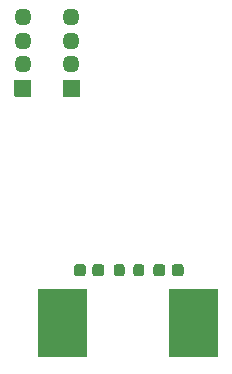
<source format=gbs>
G04 #@! TF.GenerationSoftware,KiCad,Pcbnew,5.1.8*
G04 #@! TF.CreationDate,2021-01-23T15:50:45+08:00*
G04 #@! TF.ProjectId,medicine_timer_pcb,6d656469-6369-46e6-955f-74696d65725f,rev?*
G04 #@! TF.SameCoordinates,Original*
G04 #@! TF.FileFunction,Soldermask,Bot*
G04 #@! TF.FilePolarity,Negative*
%FSLAX46Y46*%
G04 Gerber Fmt 4.6, Leading zero omitted, Abs format (unit mm)*
G04 Created by KiCad (PCBNEW 5.1.8) date 2021-01-23 15:50:45*
%MOMM*%
%LPD*%
G01*
G04 APERTURE LIST*
%ADD10O,1.450000X1.450000*%
G04 APERTURE END LIST*
D10*
X83275000Y-87500000D03*
X83275000Y-89500000D03*
X83275000Y-91500000D03*
G36*
G01*
X84000000Y-92825000D02*
X84000000Y-94175000D01*
G75*
G02*
X83950000Y-94225000I-50000J0D01*
G01*
X82600000Y-94225000D01*
G75*
G02*
X82550000Y-94175000I0J50000D01*
G01*
X82550000Y-92825000D01*
G75*
G02*
X82600000Y-92775000I50000J0D01*
G01*
X83950000Y-92775000D01*
G75*
G02*
X84000000Y-92825000I0J-50000D01*
G01*
G37*
X87400000Y-87500000D03*
X87400000Y-89500000D03*
X87400000Y-91500000D03*
G36*
G01*
X88125000Y-92825000D02*
X88125000Y-94175000D01*
G75*
G02*
X88075000Y-94225000I-50000J0D01*
G01*
X86725000Y-94225000D01*
G75*
G02*
X86675000Y-94175000I0J50000D01*
G01*
X86675000Y-92825000D01*
G75*
G02*
X86725000Y-92775000I50000J0D01*
G01*
X88075000Y-92775000D01*
G75*
G02*
X88125000Y-92825000I0J-50000D01*
G01*
G37*
G36*
G01*
X88750000Y-110575000D02*
X88750000Y-116175000D01*
G75*
G02*
X88700000Y-116225000I-50000J0D01*
G01*
X84600000Y-116225000D01*
G75*
G02*
X84550000Y-116175000I0J50000D01*
G01*
X84550000Y-110575000D01*
G75*
G02*
X84600000Y-110525000I50000J0D01*
G01*
X88700000Y-110525000D01*
G75*
G02*
X88750000Y-110575000I0J-50000D01*
G01*
G37*
G36*
G01*
X99850000Y-110575000D02*
X99850000Y-116175000D01*
G75*
G02*
X99800000Y-116225000I-50000J0D01*
G01*
X95700000Y-116225000D01*
G75*
G02*
X95650000Y-116175000I0J50000D01*
G01*
X95650000Y-110575000D01*
G75*
G02*
X95700000Y-110525000I50000J0D01*
G01*
X99800000Y-110525000D01*
G75*
G02*
X99850000Y-110575000I0J-50000D01*
G01*
G37*
G36*
G01*
X91900000Y-108625000D02*
X91900000Y-109225000D01*
G75*
G02*
X91675000Y-109450000I-225000J0D01*
G01*
X91225000Y-109450000D01*
G75*
G02*
X91000000Y-109225000I0J225000D01*
G01*
X91000000Y-108625000D01*
G75*
G02*
X91225000Y-108400000I225000J0D01*
G01*
X91675000Y-108400000D01*
G75*
G02*
X91900000Y-108625000I0J-225000D01*
G01*
G37*
G36*
G01*
X93550000Y-108625000D02*
X93550000Y-109225000D01*
G75*
G02*
X93325000Y-109450000I-225000J0D01*
G01*
X92875000Y-109450000D01*
G75*
G02*
X92650000Y-109225000I0J225000D01*
G01*
X92650000Y-108625000D01*
G75*
G02*
X92875000Y-108400000I225000J0D01*
G01*
X93325000Y-108400000D01*
G75*
G02*
X93550000Y-108625000I0J-225000D01*
G01*
G37*
G36*
G01*
X95900000Y-109200000D02*
X95900000Y-108650000D01*
G75*
G02*
X96150000Y-108400000I250000J0D01*
G01*
X96650000Y-108400000D01*
G75*
G02*
X96900000Y-108650000I0J-250000D01*
G01*
X96900000Y-109200000D01*
G75*
G02*
X96650000Y-109450000I-250000J0D01*
G01*
X96150000Y-109450000D01*
G75*
G02*
X95900000Y-109200000I0J250000D01*
G01*
G37*
G36*
G01*
X94350000Y-109200000D02*
X94350000Y-108650000D01*
G75*
G02*
X94600000Y-108400000I250000J0D01*
G01*
X95100000Y-108400000D01*
G75*
G02*
X95350000Y-108650000I0J-250000D01*
G01*
X95350000Y-109200000D01*
G75*
G02*
X95100000Y-109450000I-250000J0D01*
G01*
X94600000Y-109450000D01*
G75*
G02*
X94350000Y-109200000I0J250000D01*
G01*
G37*
G36*
G01*
X88625000Y-108650000D02*
X88625000Y-109200000D01*
G75*
G02*
X88375000Y-109450000I-250000J0D01*
G01*
X87875000Y-109450000D01*
G75*
G02*
X87625000Y-109200000I0J250000D01*
G01*
X87625000Y-108650000D01*
G75*
G02*
X87875000Y-108400000I250000J0D01*
G01*
X88375000Y-108400000D01*
G75*
G02*
X88625000Y-108650000I0J-250000D01*
G01*
G37*
G36*
G01*
X90175000Y-108650000D02*
X90175000Y-109200000D01*
G75*
G02*
X89925000Y-109450000I-250000J0D01*
G01*
X89425000Y-109450000D01*
G75*
G02*
X89175000Y-109200000I0J250000D01*
G01*
X89175000Y-108650000D01*
G75*
G02*
X89425000Y-108400000I250000J0D01*
G01*
X89925000Y-108400000D01*
G75*
G02*
X90175000Y-108650000I0J-250000D01*
G01*
G37*
M02*

</source>
